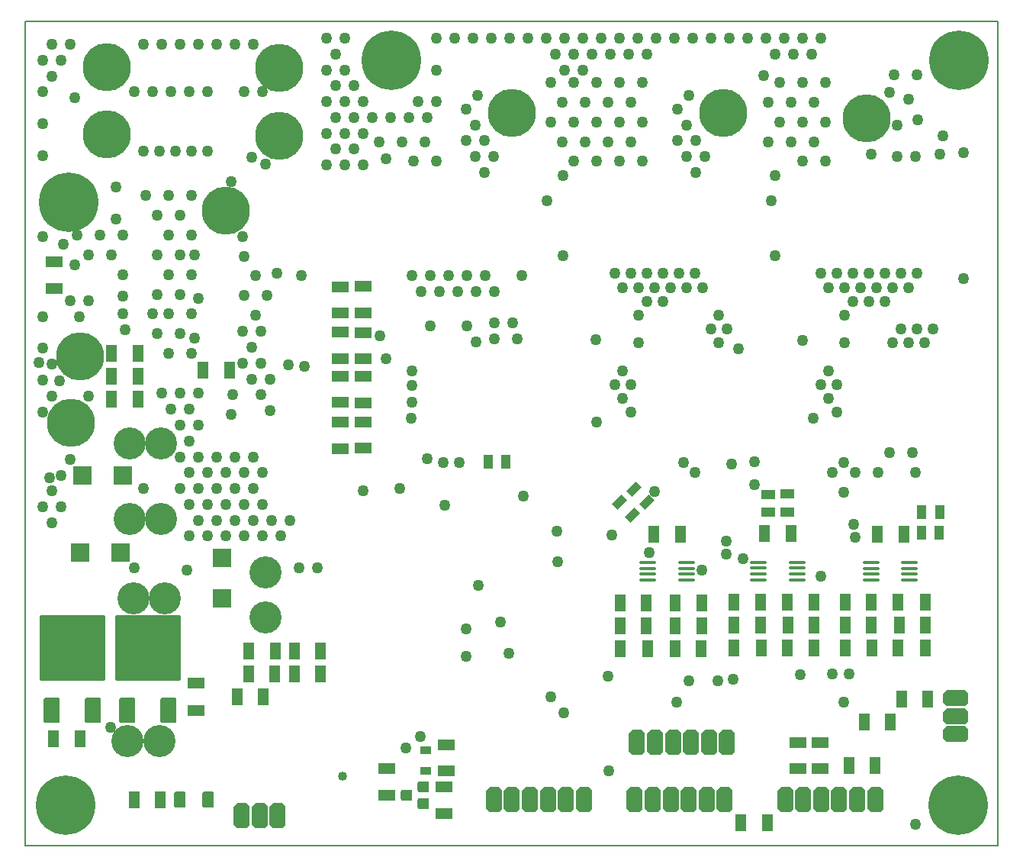
<source format=gbr>
G04 PROTEUS GERBER X2 FILE*
%TF.GenerationSoftware,Labcenter,Proteus,8.7-SP3-Build25561*%
%TF.CreationDate,2021-07-11T19:21:44+00:00*%
%TF.FileFunction,Soldermask,Bot*%
%TF.FilePolarity,Negative*%
%TF.Part,Single*%
%TF.SameCoordinates,{e2a5a0b5-523e-413d-a229-b9dd8a4e077c}*%
%FSLAX45Y45*%
%MOMM*%
G01*
%TA.AperFunction,Material*%
%ADD55C,1.270000*%
%ADD56C,1.016000*%
%TA.AperFunction,Material*%
%ADD59C,5.334000*%
%AMPPAD074*
4,1,4,
-0.901700,0.571500,
-0.901700,-0.571500,
0.901700,-0.571500,
0.901700,0.571500,
-0.901700,0.571500,
0*%
%TA.AperFunction,Material*%
%ADD84PPAD074*%
%AMPPAD075*
4,1,36,
3.492500,3.619500,
-3.492500,3.619500,
-3.518470,3.616970,
-3.542480,3.609700,
-3.564080,3.598150,
-3.582790,3.582790,
-3.598150,3.564070,
-3.609700,3.542480,
-3.616970,3.518470,
-3.619500,3.492500,
-3.619500,-3.492500,
-3.616970,-3.518470,
-3.609700,-3.542480,
-3.598150,-3.564070,
-3.582790,-3.582790,
-3.564080,-3.598150,
-3.542480,-3.609700,
-3.518470,-3.616970,
-3.492500,-3.619500,
3.492500,-3.619500,
3.518470,-3.616970,
3.542480,-3.609700,
3.564080,-3.598150,
3.582790,-3.582790,
3.598150,-3.564070,
3.609700,-3.542480,
3.616970,-3.518470,
3.619500,-3.492500,
3.619500,3.492500,
3.616970,3.518470,
3.609700,3.542480,
3.598150,3.564070,
3.582790,3.582790,
3.564080,3.598150,
3.542480,3.609700,
3.518470,3.616970,
3.492500,3.619500,
0*%
%TA.AperFunction,Material*%
%ADD85PPAD075*%
%AMPPAD076*
4,1,36,
0.762000,1.397000,
-0.762000,1.397000,
-0.787970,1.394470,
-0.811980,1.387200,
-0.833580,1.375650,
-0.852290,1.360290,
-0.867650,1.341570,
-0.879200,1.319980,
-0.886470,1.295970,
-0.889000,1.270000,
-0.889000,-1.270000,
-0.886470,-1.295970,
-0.879200,-1.319980,
-0.867650,-1.341570,
-0.852290,-1.360290,
-0.833580,-1.375650,
-0.811980,-1.387200,
-0.787970,-1.394470,
-0.762000,-1.397000,
0.762000,-1.397000,
0.787970,-1.394470,
0.811980,-1.387200,
0.833580,-1.375650,
0.852290,-1.360290,
0.867650,-1.341570,
0.879200,-1.319980,
0.886470,-1.295970,
0.889000,-1.270000,
0.889000,1.270000,
0.886470,1.295970,
0.879200,1.319980,
0.867650,1.341570,
0.852290,1.360290,
0.833580,1.375650,
0.811980,1.387200,
0.787970,1.394470,
0.762000,1.397000,
0*%
%ADD86PPAD076*%
%AMPPAD077*
4,1,4,
0.571500,0.901700,
-0.571500,0.901700,
-0.571500,-0.901700,
0.571500,-0.901700,
0.571500,0.901700,
0*%
%TA.AperFunction,Material*%
%ADD87PPAD077*%
%TA.AperFunction,Material*%
%ADD69C,6.604000*%
%AMPPAD078*
4,1,36,
0.901700,-0.025400,
0.901700,0.025400,
0.898160,0.061750,
0.887980,0.095370,
0.871810,0.125600,
0.850300,0.151800,
0.824110,0.173310,
0.793870,0.189480,
0.760250,0.199660,
0.723900,0.203200,
-0.723900,0.203200,
-0.760250,0.199660,
-0.793870,0.189480,
-0.824110,0.173310,
-0.850300,0.151800,
-0.871810,0.125600,
-0.887980,0.095370,
-0.898160,0.061750,
-0.901700,0.025400,
-0.901700,-0.025400,
-0.898160,-0.061750,
-0.887980,-0.095370,
-0.871810,-0.125600,
-0.850300,-0.151800,
-0.824110,-0.173310,
-0.793870,-0.189480,
-0.760250,-0.199660,
-0.723900,-0.203200,
0.723900,-0.203200,
0.760250,-0.199660,
0.793870,-0.189480,
0.824110,-0.173310,
0.850300,-0.151800,
0.871810,-0.125600,
0.887980,-0.095370,
0.898160,-0.061750,
0.901700,-0.025400,
0*%
%TA.AperFunction,Material*%
%ADD88PPAD078*%
%AMPPAD079*
4,1,36,
-0.508000,-0.889000,
0.508000,-0.889000,
0.533970,-0.886470,
0.557980,-0.879200,
0.579580,-0.867650,
0.598290,-0.852290,
0.613650,-0.833570,
0.625200,-0.811980,
0.632470,-0.787970,
0.635000,-0.762000,
0.635000,0.762000,
0.632470,0.787970,
0.625200,0.811980,
0.613650,0.833570,
0.598290,0.852290,
0.579580,0.867650,
0.557980,0.879200,
0.533970,0.886470,
0.508000,0.889000,
-0.508000,0.889000,
-0.533970,0.886470,
-0.557980,0.879200,
-0.579580,0.867650,
-0.598290,0.852290,
-0.613650,0.833570,
-0.625200,0.811980,
-0.632470,0.787970,
-0.635000,0.762000,
-0.635000,-0.762000,
-0.632470,-0.787970,
-0.625200,-0.811980,
-0.613650,-0.833570,
-0.598290,-0.852290,
-0.579580,-0.867650,
-0.557980,-0.879200,
-0.533970,-0.886470,
-0.508000,-0.889000,
0*%
%TA.AperFunction,Material*%
%ADD89PPAD079*%
%AMPPAD069*
4,1,8,
-1.397000,-0.509800,
-1.397000,0.509800,
-1.017800,0.889000,
1.017800,0.889000,
1.397000,0.509800,
1.397000,-0.509800,
1.017800,-0.889000,
-1.017800,-0.889000,
-1.397000,-0.509800,
0*%
%TA.AperFunction,Material*%
%ADD79PPAD069*%
%AMPPAD070*
4,1,8,
-0.509800,1.397000,
0.509800,1.397000,
0.889000,1.017800,
0.889000,-1.017800,
0.509800,-1.397000,
-0.509800,-1.397000,
-0.889000,-1.017800,
-0.889000,1.017800,
-0.509800,1.397000,
0*%
%TA.AperFunction,Material*%
%ADD80PPAD070*%
%TA.AperFunction,Material*%
%ADD81C,3.556000*%
%AMPPAD080*
4,1,4,
-0.469900,-0.723900,
0.469900,-0.723900,
0.469900,0.723900,
-0.469900,0.723900,
-0.469900,-0.723900,
0*%
%ADD90PPAD080*%
%AMPPAD081*
4,1,36,
0.635000,-0.444500,
0.635000,0.444500,
0.632470,0.470470,
0.625200,0.494480,
0.613650,0.516080,
0.598290,0.534790,
0.579570,0.550150,
0.557980,0.561700,
0.533970,0.568970,
0.508000,0.571500,
-0.508000,0.571500,
-0.533970,0.568970,
-0.557980,0.561700,
-0.579570,0.550150,
-0.598290,0.534790,
-0.613650,0.516080,
-0.625200,0.494480,
-0.632470,0.470470,
-0.635000,0.444500,
-0.635000,-0.444500,
-0.632470,-0.470470,
-0.625200,-0.494480,
-0.613650,-0.516080,
-0.598290,-0.534790,
-0.579570,-0.550150,
-0.557980,-0.561700,
-0.533970,-0.568970,
-0.508000,-0.571500,
0.508000,-0.571500,
0.533970,-0.568970,
0.557980,-0.561700,
0.579570,-0.550150,
0.598290,-0.534790,
0.613650,-0.516080,
0.625200,-0.494480,
0.632470,-0.470470,
0.635000,-0.444500,
0*%
%TA.AperFunction,Material*%
%ADD91PPAD081*%
%AMPPAD082*
4,1,4,
-1.054100,1.054100,
-1.054100,-1.054100,
1.054100,-1.054100,
1.054100,1.054100,
-1.054100,1.054100,
0*%
%TA.AperFunction,Material*%
%ADD92PPAD082*%
%AMPPAD083*
4,1,36,
-0.571500,0.317500,
-0.571500,-0.317500,
-0.568970,-0.343470,
-0.561700,-0.367480,
-0.550150,-0.389080,
-0.534790,-0.407790,
-0.516070,-0.423150,
-0.494480,-0.434700,
-0.470470,-0.441970,
-0.444500,-0.444500,
0.444500,-0.444500,
0.470470,-0.441970,
0.494480,-0.434700,
0.516070,-0.423150,
0.534790,-0.407790,
0.550150,-0.389080,
0.561700,-0.367480,
0.568970,-0.343470,
0.571500,-0.317500,
0.571500,0.317500,
0.568970,0.343470,
0.561700,0.367480,
0.550150,0.389080,
0.534790,0.407790,
0.516070,0.423150,
0.494480,0.434700,
0.470470,0.441970,
0.444500,0.444500,
-0.444500,0.444500,
-0.470470,0.441970,
-0.494480,0.434700,
-0.516070,0.423150,
-0.534790,0.407790,
-0.550150,0.389080,
-0.561700,0.367480,
-0.568970,0.343470,
-0.571500,0.317500,
0*%
%ADD93PPAD083*%
%AMPPAD084*
4,1,4,
0.844140,0.179610,
0.179610,0.844140,
-0.844140,-0.179610,
-0.179610,-0.844140,
0.844140,0.179610,
0*%
%ADD94PPAD084*%
%AMPPAD085*
4,1,4,
0.723900,-0.469900,
0.723900,0.469900,
-0.723900,0.469900,
-0.723900,-0.469900,
0.723900,-0.469900,
0*%
%ADD95PPAD085*%
%TA.AperFunction,Profile*%
%ADD39C,0.203200*%
%TD.AperFunction*%
D55*
X+3225800Y+1174750D03*
X+3479800Y+1174750D03*
X+5257800Y+1174750D03*
X+5511800Y+1174750D03*
X+5765800Y+1174750D03*
X+7543800Y+1174750D03*
X+7797800Y+1174750D03*
X+3098800Y+1394720D03*
X+3352800Y+1394720D03*
X+4876800Y+1394720D03*
X+5130800Y+1394720D03*
X+5384800Y+1394720D03*
X+5638800Y+1394720D03*
X+7162800Y+1394720D03*
X+7416800Y+1394720D03*
X+7670800Y+1394720D03*
X+4749800Y+1614690D03*
X+5003800Y+1614690D03*
X+5257800Y+1614690D03*
X+5511800Y+1614690D03*
X+5765800Y+1614690D03*
X+7289800Y+1614690D03*
X+7543800Y+1614690D03*
X+7797800Y+1614690D03*
X+4876800Y+1834660D03*
X+5130800Y+1834660D03*
X+5384800Y+1834660D03*
X+5638800Y+1834660D03*
X+7162800Y+1834660D03*
X+7416800Y+1834660D03*
X+7670800Y+1834660D03*
X+4749800Y+2054630D03*
X+5003800Y+2054630D03*
X+5257800Y+2054630D03*
X+5511800Y+2054630D03*
X+5765800Y+2054630D03*
X+7289800Y+2054630D03*
X+7543800Y+2054630D03*
X+7797800Y+2054630D03*
X+3213100Y-1497654D03*
X+3213100Y-1308100D03*
X+3213100Y-1145702D03*
X+4127500Y-617774D03*
X+4330700Y-617774D03*
X+3314700Y-265822D03*
X+3517900Y-265822D03*
X+3721100Y-265822D03*
X+3924300Y-265822D03*
X+4127500Y-265822D03*
X+3213100Y-89846D03*
X+3416300Y-89846D03*
X+3619500Y-89846D03*
X+3822700Y-89846D03*
X+4025900Y-89846D03*
X+4432300Y-89846D03*
X+4013200Y+1052310D03*
X+3911600Y+1228286D03*
X+4114800Y+1228286D03*
X+3810000Y+1404262D03*
X+4013200Y+1404262D03*
X+3911600Y+1580238D03*
X+3810000Y+1756214D03*
X+3937000Y+1905000D03*
X+8597900Y+1228286D03*
X+8801100Y+1228286D03*
X+8597900Y+1580238D03*
X+8724900Y+1866900D03*
X+6363969Y+1052310D03*
X+6262369Y+1228286D03*
X+6465569Y+1228286D03*
X+6160769Y+1404262D03*
X+6363969Y+1404262D03*
X+6262369Y+1580238D03*
X+6160769Y+1756214D03*
X+6286500Y+1905000D03*
X+7747000Y-3429000D03*
X+6428649Y-3363510D03*
X+3200400Y-1676400D03*
X+4127500Y-793750D03*
X+4381500Y-793750D03*
X+5003800Y+1174750D03*
X-134100Y-5105400D03*
X+1472186Y-535190D03*
X+1345186Y-315220D03*
X+1599186Y-315220D03*
X+1472186Y-95250D03*
X+1345186Y+124720D03*
X+1714500Y-63500D03*
X+1206500Y+952500D03*
X+1587500Y+1143000D03*
X+2844800Y+1394720D03*
X+8305800Y+1257545D03*
X+9067800Y+1257545D03*
X+8509000Y+1943100D03*
X+8559800Y+2137425D03*
X+8813800Y+2137425D03*
X+2921000Y+1206500D03*
X+4191000Y-3937000D03*
X+7519052Y-4519896D03*
X+7874000Y-4508500D03*
X+3811743Y-4009908D03*
X+3810000Y-4318000D03*
X+4445000Y-2540000D03*
X+6756400Y-2184400D03*
X+508000Y-958605D03*
X+762000Y-958605D03*
X+381000Y-738635D03*
X+635000Y-738635D03*
X+0Y-518665D03*
X+508000Y-518665D03*
X+762000Y-518665D03*
X+381000Y-298695D03*
X+635000Y-298695D03*
X+0Y-78725D03*
X+508000Y-78725D03*
X+762000Y-78725D03*
X-381000Y+141245D03*
X-127000Y+141245D03*
X+381000Y+141245D03*
X+635000Y+141245D03*
X-508000Y+361215D03*
X-254000Y+361215D03*
X+0Y+361215D03*
X+508000Y+361215D03*
X+762000Y+361215D03*
X+381000Y+581185D03*
X+635000Y+581185D03*
X+254000Y+801155D03*
X+508000Y+801155D03*
X+762000Y+801155D03*
X+5384021Y-4535575D03*
X+4283159Y-4283011D03*
X+4826045Y-3267760D03*
X+2667000Y-2476500D03*
X+7543800Y-812800D03*
X+8127850Y-2993866D03*
X+8118219Y-2853714D03*
X+5249412Y-804176D03*
X+6696244Y-3035770D03*
X+5257800Y-1714500D03*
X+5905500Y-2489200D03*
X+6698805Y-3180794D03*
X+7664736Y-1676863D03*
X+8001000Y-2498395D03*
X+6350000Y-2278425D03*
X+7874000Y-2278425D03*
X+8128000Y-2278425D03*
X+8382000Y-2278425D03*
X+8509000Y-2058455D03*
X+8763000Y-2058455D03*
X+1218186Y-1415070D03*
X+1980186Y-95250D03*
X+3924300Y-823914D03*
X+3416300Y-647938D03*
X+3822700Y-647938D03*
X+7924800Y-1608885D03*
X+7835900Y-1454906D03*
X+7747000Y-1300927D03*
X+7924800Y-1300927D03*
X+7835900Y-1146948D03*
X+8013700Y-838990D03*
X+8547100Y-838990D03*
X+8724900Y-838990D03*
X+8902700Y-838990D03*
X+8636000Y-685011D03*
X+8813800Y-685011D03*
X+8991600Y-685011D03*
X+8013700Y-531032D03*
X+8102600Y-377053D03*
X+8280400Y-377053D03*
X+8458200Y-377053D03*
X+7835900Y-223074D03*
X+8013700Y-223074D03*
X+8191500Y-223074D03*
X+8369300Y-223074D03*
X+8547100Y-223074D03*
X+8724900Y-223074D03*
X+7747000Y-69095D03*
X+7924800Y-69095D03*
X+8102600Y-69095D03*
X+8280400Y-69095D03*
X+8458200Y-69095D03*
X+8636000Y-69095D03*
X+8813800Y-69095D03*
X+5638800Y-1608885D03*
X+5549900Y-1454906D03*
X+5461000Y-1300927D03*
X+5638800Y-1300927D03*
X+5549900Y-1146948D03*
X+5727700Y-838990D03*
X+6616700Y-838990D03*
X+6527800Y-685011D03*
X+6705600Y-685011D03*
X+5727700Y-531032D03*
X+6616700Y-531032D03*
X+5816600Y-377053D03*
X+5994400Y-377053D03*
X+5549900Y-223074D03*
X+5727700Y-223074D03*
X+5905500Y-223074D03*
X+6083300Y-223074D03*
X+6261100Y-223074D03*
X+6438900Y-223074D03*
X+5461000Y-69095D03*
X+5638800Y-69095D03*
X+5816600Y-69095D03*
X+5994400Y-69095D03*
X+6172200Y-69095D03*
X+6350000Y-69095D03*
X+7010400Y-2413000D03*
X+3556000Y-2168441D03*
X+3733800Y-2168441D03*
X+6223000Y-2168441D03*
X+8001000Y-2168441D03*
X+800100Y-782630D03*
X+0Y-320693D03*
X+800100Y+141244D03*
X+4711700Y+738213D03*
X+7200900Y+738213D03*
X+7112000Y+2124024D03*
X+8826500Y+1638300D03*
X+9105900Y+1460500D03*
X+2014205Y-1094840D03*
X+1841500Y-1079500D03*
X+8802625Y-6177544D03*
X+8064500Y-4508500D03*
X+8001000Y-4826000D03*
X+6286500Y-4584700D03*
X+6604000Y-4584700D03*
X+6153231Y-4826944D03*
X+6778656Y-4571579D03*
X+127000Y-3334134D03*
X+1955800Y-3334134D03*
X+2159000Y-3334134D03*
X+736600Y-2982182D03*
X+939800Y-2982182D03*
X+1143000Y-2982182D03*
X+1346200Y-2982182D03*
X+1549400Y-2982182D03*
X+1752600Y-2982182D03*
X+838200Y-2806206D03*
X+1041400Y-2806206D03*
X+1244600Y-2806206D03*
X+1447800Y-2806206D03*
X+1651000Y-2806206D03*
X+1854200Y-2806206D03*
X+736600Y-2630230D03*
X+939800Y-2630230D03*
X+1143000Y-2630230D03*
X+1346200Y-2630230D03*
X+1549400Y-2630230D03*
X+228600Y-2454254D03*
X+635000Y-2454254D03*
X+838200Y-2454254D03*
X+1041400Y-2454254D03*
X+1244600Y-2454254D03*
X+1447800Y-2454254D03*
X+3073400Y-2454254D03*
X+736600Y-2278278D03*
X+939800Y-2278278D03*
X+1143000Y-2278278D03*
X+1346200Y-2278278D03*
X+1549400Y-2278278D03*
X+635000Y-2102302D03*
X+838200Y-2102302D03*
X+1041400Y-2102302D03*
X+1244600Y-2102302D03*
X+1447800Y-2102302D03*
X+7010400Y-2159000D03*
X+736600Y-1926326D03*
X+635000Y-1750350D03*
X+838200Y-1750350D03*
X+533400Y-1574374D03*
X+736600Y-1574374D03*
X+431800Y-1398398D03*
X+635000Y-1398398D03*
X+838200Y-1398398D03*
X+25400Y-694494D03*
X+330200Y-518518D03*
X+838200Y-342542D03*
X-660400Y+254000D03*
X-76200Y+537338D03*
X-76200Y+889290D03*
X-889000Y+1241242D03*
X-889000Y+1593194D03*
X-889000Y+1945146D03*
X+127000Y+1945146D03*
X+330200Y+1945146D03*
X+533400Y+1945146D03*
X+736600Y+1945146D03*
X+939800Y+1945146D03*
X+1346200Y+1945146D03*
X+1549400Y+1945146D03*
X-787400Y+2121122D03*
X-889000Y+2297098D03*
X-685800Y+2297098D03*
X-787400Y+2473074D03*
X-584200Y+2473074D03*
X+228600Y+2473074D03*
X+431800Y+2473074D03*
X+635000Y+2473074D03*
X+838200Y+2473074D03*
X+1041400Y+2473074D03*
X+1244600Y+2473074D03*
X+1447800Y+2473074D03*
X+2260600Y+1134306D03*
X+2463800Y+1134306D03*
X+2667000Y+1134306D03*
X+2362200Y+1310282D03*
X+2565400Y+1310282D03*
X+2260600Y+1486258D03*
X+2463800Y+1486258D03*
X+2667000Y+1486258D03*
X+2362200Y+1662234D03*
X+2565400Y+1662234D03*
X+2768600Y+1662234D03*
X+2971800Y+1662234D03*
X+3175000Y+1662234D03*
X+3378200Y+1662234D03*
X+2260600Y+1838210D03*
X+2463800Y+1838210D03*
X+2667000Y+1838210D03*
X+3276600Y+1838210D03*
X+3479800Y+1838210D03*
X+2362200Y+2014186D03*
X+2565400Y+2014186D03*
X+2260600Y+2190162D03*
X+2463800Y+2190162D03*
X+3479800Y+2190162D03*
X+4902200Y+2190162D03*
X+5105400Y+2190162D03*
X+2362200Y+2366138D03*
X+4800600Y+2366138D03*
X+5003800Y+2366138D03*
X+5207000Y+2366138D03*
X+5410200Y+2366138D03*
X+5613400Y+2366138D03*
X+5816600Y+2366138D03*
X+7239000Y+2366138D03*
X+7442200Y+2366138D03*
X+7645400Y+2366138D03*
X+2260600Y+2542114D03*
X+2463800Y+2542114D03*
X+3479800Y+2542114D03*
X+3683000Y+2542114D03*
X+3886200Y+2542114D03*
X+4089400Y+2542114D03*
X+4292600Y+2542114D03*
X+4495800Y+2542114D03*
X+4699000Y+2542114D03*
X+4902200Y+2542114D03*
X+5105400Y+2542114D03*
X+5308600Y+2542114D03*
X+5511800Y+2542114D03*
X+5715000Y+2542114D03*
X+5918200Y+2542114D03*
X+6121400Y+2542114D03*
X+6324600Y+2542114D03*
X+6527800Y+2542114D03*
X+6731000Y+2542114D03*
X+6934200Y+2542114D03*
X+7137400Y+2542114D03*
X+7340600Y+2542114D03*
X+7543800Y+2542114D03*
X+7747000Y+2542114D03*
X-787400Y-2834768D03*
X-889000Y-2658792D03*
X-685800Y-2658792D03*
X-787400Y-2482816D03*
X-698500Y-1257300D03*
X-685800Y-2306840D03*
X-812800Y-2336800D03*
X-584200Y-2130864D03*
X-927100Y-1054100D03*
X-889000Y-1602936D03*
X-787400Y-1426960D03*
X-381000Y-1426960D03*
X-889000Y-1250984D03*
X-787400Y-1075008D03*
X-889000Y-899032D03*
X-889000Y-547080D03*
X-482600Y-547080D03*
X-584200Y-371104D03*
X-381000Y-371104D03*
X+1638300Y-1591046D03*
X+1536700Y-1415070D03*
X+1435100Y-1239094D03*
X+1638300Y-1239094D03*
X+1333500Y-1063118D03*
X+1536700Y-1063118D03*
X+1435100Y-887142D03*
X+1333500Y-711166D03*
X+1536700Y-711166D03*
X+1333500Y+344690D03*
X+1435100Y+1224570D03*
X+3145817Y-5333103D03*
X+4895850Y-4946650D03*
X+3944752Y-3532550D03*
X+5431385Y-2971800D03*
X+2857500Y-762000D03*
X+2921000Y-1016000D03*
X+3576345Y-2643122D03*
X+4818888Y-2925288D03*
X+5842000Y-3162300D03*
X+3302000Y-5207000D03*
X+4752309Y-4765009D03*
X+4889500Y+1016000D03*
X+4889500Y+127000D03*
X+9334500Y+1270000D03*
X+9334500Y-127000D03*
X+7239000Y+127000D03*
X+7239000Y+1016000D03*
X+1206500Y-1635040D03*
X+228600Y+1290561D03*
X+406400Y+1290561D03*
X+584200Y+1290561D03*
X+762000Y+1290561D03*
X+939800Y+1290561D03*
X+711200Y-3356131D03*
X+8801100Y-2278278D03*
X+3378200Y-2124299D03*
X-533400Y+31407D03*
X-889000Y+339365D03*
X-533400Y+1879155D03*
X+5397500Y-5588000D03*
X+6883138Y-3230089D03*
X+6832600Y-901700D03*
D56*
X+2444906Y-5646325D03*
D59*
X+4318000Y+1714500D03*
X+6667500Y+1714500D03*
X+8255000Y+1651000D03*
D84*
X+2413000Y-716000D03*
X+2413000Y-1016000D03*
X+2413000Y-218000D03*
X+2413000Y-508000D03*
X+2667000Y-208000D03*
X+2667000Y-508000D03*
X+2667000Y-726000D03*
X+2667000Y-1016000D03*
D85*
X-553200Y-4224020D03*
D86*
X-324600Y-4914900D03*
X-781800Y-4914900D03*
D85*
X+285000Y-4224020D03*
D86*
X+513600Y-4914900D03*
X+56400Y-4914900D03*
D87*
X+173000Y-1460500D03*
X-127000Y-1460500D03*
X+173000Y-952500D03*
X-127000Y-952500D03*
X+173000Y-1206500D03*
X-127000Y-1206500D03*
X+889000Y-1143000D03*
X+1189000Y-1143000D03*
D69*
X-602309Y+718491D03*
D59*
X-571500Y-1727200D03*
D87*
X-469100Y-5232400D03*
X-769100Y-5232400D03*
D84*
X+818400Y-4914900D03*
X+818400Y-4614900D03*
X+2667000Y-1206500D03*
X+2667000Y-1506500D03*
X+2413000Y-1714500D03*
X+2413000Y-2014500D03*
X+2667000Y-1714500D03*
X+2667000Y-2004500D03*
X+2413000Y-1206500D03*
X+2413000Y-1496500D03*
D88*
X+6259000Y-3273402D03*
X+6259000Y-3338402D03*
X+6259000Y-3403402D03*
X+6259000Y-3468402D03*
X+5829000Y-3468402D03*
X+5829000Y-3403402D03*
X+5829000Y-3338402D03*
X+5829000Y-3273402D03*
X+7486107Y-3273033D03*
X+7486107Y-3338033D03*
X+7486107Y-3403033D03*
X+7486107Y-3468033D03*
X+7056107Y-3468033D03*
X+7056107Y-3403033D03*
X+7056107Y-3338033D03*
X+7056107Y-3273033D03*
X+8735869Y-3274533D03*
X+8735869Y-3339533D03*
X+8735869Y-3404533D03*
X+8735869Y-3469533D03*
X+8305869Y-3469533D03*
X+8305869Y-3404533D03*
X+8305869Y-3339533D03*
X+8305869Y-3274533D03*
D87*
X+6195500Y-2957402D03*
X+5895500Y-2957402D03*
X+7422607Y-2957033D03*
X+7122607Y-2957033D03*
X+8672369Y-2958533D03*
X+8372369Y-2958533D03*
X+6432000Y-3719402D03*
X+6132000Y-3719402D03*
X+7676607Y-3719033D03*
X+7376607Y-3719033D03*
X+8908869Y-3719033D03*
X+8608869Y-3719033D03*
X+6432000Y-3973402D03*
X+6132000Y-3973402D03*
X+5824500Y-4227402D03*
X+5524500Y-4227402D03*
X+5524500Y-3719402D03*
X+5814500Y-3719402D03*
X+6422000Y-4227402D03*
X+6132000Y-4227402D03*
X+5814500Y-3973402D03*
X+5524500Y-3973402D03*
X+6787607Y-3719033D03*
X+7077607Y-3719033D03*
X+7676607Y-3973033D03*
X+7386607Y-3973033D03*
X+7077607Y-3973033D03*
X+6787607Y-3973033D03*
X+8019869Y-3719033D03*
X+8309869Y-3719033D03*
X+8908869Y-3973033D03*
X+8618869Y-3973033D03*
X+8309869Y-3973033D03*
X+8019869Y-3973033D03*
X+7087607Y-4227033D03*
X+6787607Y-4227033D03*
X+7676607Y-4227033D03*
X+7376607Y-4227033D03*
X+8319869Y-4227033D03*
X+8019869Y-4227033D03*
X+8908869Y-4227033D03*
X+8608869Y-4227033D03*
X+7158000Y-6159500D03*
X+6858000Y-6159500D03*
X+1697000Y-4254500D03*
X+1397000Y-4254500D03*
D84*
X-762000Y+63500D03*
X-762000Y-236500D03*
D89*
X+635000Y-5905500D03*
X+949960Y-5905500D03*
D79*
X+9245600Y-5181500D03*
X+9245600Y-4981500D03*
X+9245600Y-4781500D03*
D87*
X+8064500Y-5524500D03*
X+8354500Y-5524500D03*
D84*
X+7493000Y-5270500D03*
X+7493000Y-5560500D03*
X+7737500Y-5560500D03*
X+7737500Y-5270500D03*
D87*
X+8643416Y-4793216D03*
X+8933416Y-4793216D03*
X+419100Y-5905500D03*
X+129100Y-5905500D03*
X+1905000Y-4508500D03*
X+2195000Y-4508500D03*
X+1905000Y-4254500D03*
X+2195000Y-4254500D03*
X+1397000Y-4508500D03*
X+1687000Y-4508500D03*
X+1560000Y-4762500D03*
X+1270000Y-4762500D03*
D80*
X+8356500Y-5905500D03*
X+8156500Y-5905500D03*
X+7956500Y-5905500D03*
X+7756500Y-5905500D03*
X+7556500Y-5905500D03*
X+7356500Y-5905500D03*
D59*
X-469900Y-990600D03*
X+1146547Y+625845D03*
X-177800Y+1473200D03*
X-177800Y+2223200D03*
X+1739900Y+1460500D03*
X+1739900Y+2210500D03*
D69*
X+9283700Y+2298700D03*
X+2984500Y+2298700D03*
X+9271000Y-5969000D03*
X-635000Y-5969000D03*
D80*
X+4124500Y-5905500D03*
X+4324500Y-5905500D03*
X+4524500Y-5905500D03*
X+4724500Y-5905500D03*
X+4924500Y-5905500D03*
X+5124500Y-5905500D03*
X+5686500Y-5905500D03*
X+5886500Y-5905500D03*
X+6086500Y-5905500D03*
X+6286500Y-5905500D03*
X+6486500Y-5905500D03*
X+6686500Y-5905500D03*
X+5712000Y-5270500D03*
X+5912000Y-5270500D03*
X+6112000Y-5270500D03*
X+6312000Y-5270500D03*
X+6512000Y-5270500D03*
X+6712000Y-5270500D03*
X+1722985Y-6086392D03*
X+1522985Y-6086392D03*
X+1322985Y-6086392D03*
D81*
X+1587500Y-3886200D03*
X+1587500Y-3386200D03*
D90*
X+4054500Y-2159000D03*
X+4254500Y-2159000D03*
D84*
X+3589358Y-5587074D03*
X+3589358Y-5297074D03*
X+3568700Y-5767900D03*
X+3568700Y-6057900D03*
X+2933700Y-5854700D03*
X+2933700Y-5564700D03*
D91*
X+3149600Y-5859780D03*
X+3340100Y-5765800D03*
X+3340100Y-5953760D03*
D92*
X-19900Y-3162300D03*
X-469900Y-3162300D03*
X+5500Y-2311400D03*
X-444500Y-2311400D03*
X+1104900Y-3225800D03*
X+1104900Y-3675800D03*
D87*
X+8521700Y-5041900D03*
X+8231700Y-5041900D03*
D81*
X+76200Y-1955800D03*
X+426200Y-1955800D03*
X+76200Y-2794000D03*
X+426200Y-2794000D03*
D93*
X+3365500Y-5588897D03*
X+3365500Y-5353947D03*
D81*
X+56400Y-5257800D03*
X+406400Y-5257800D03*
X+119900Y-3670300D03*
X+469900Y-3670300D03*
D94*
X+5660311Y-2750411D03*
X+5518890Y-2608990D03*
X+5816600Y-2603500D03*
X+5675178Y-2462078D03*
D95*
X+7162800Y-2717800D03*
X+7162800Y-2517800D03*
X+7378700Y-2714600D03*
X+7378700Y-2514600D03*
D90*
X+8867800Y-2717800D03*
X+9067800Y-2717800D03*
X+8864600Y-2946400D03*
X+9064600Y-2946400D03*
D39*
X-1079500Y-6413500D02*
X+9715500Y-6413500D01*
X+9715500Y+2730500D01*
X-1079500Y+2730500D01*
X-1079500Y-6413500D01*
M02*

</source>
